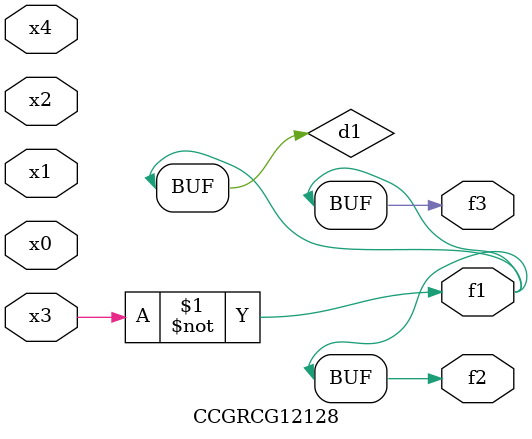
<source format=v>
module CCGRCG12128(
	input x0, x1, x2, x3, x4,
	output f1, f2, f3
);

	wire d1, d2;

	xnor (d1, x3);
	not (d2, x1);
	assign f1 = d1;
	assign f2 = d1;
	assign f3 = d1;
endmodule

</source>
